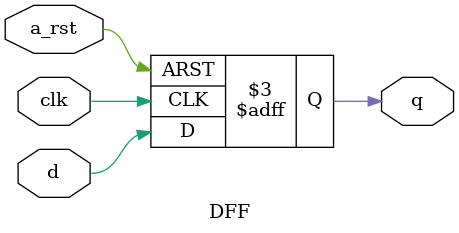
<source format=sv>
module DFF
(
	input logic d,
	input logic a_rst,
	input logic clk,
	output logic q
);

always@(posedge clk or negedge a_rst)
	if(!a_rst)
		q <= 0;
	else q <= d;

endmodule

</source>
